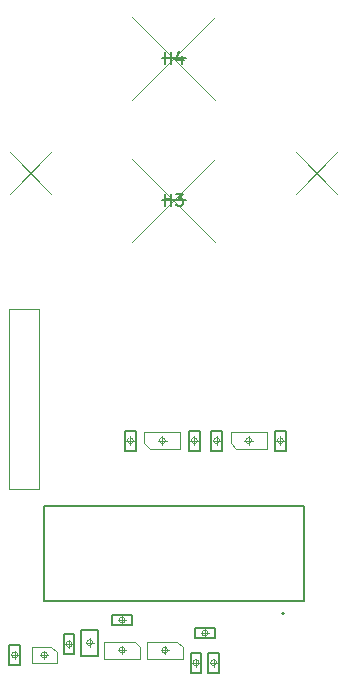
<source format=gbr>
%TF.GenerationSoftware,KiCad,Pcbnew,9.0.0*%
%TF.CreationDate,2025-03-01T15:32:50-05:00*%
%TF.ProjectId,mPCIE-to-M_2_E-Key,6d504349-452d-4746-9f2d-4d5f325f452d,rev?*%
%TF.SameCoordinates,Original*%
%TF.FileFunction,AssemblyDrawing,Top*%
%FSLAX46Y46*%
G04 Gerber Fmt 4.6, Leading zero omitted, Abs format (unit mm)*
G04 Created by KiCad (PCBNEW 9.0.0) date 2025-03-01 15:32:50*
%MOMM*%
%LPD*%
G01*
G04 APERTURE LIST*
%ADD10C,0.150000*%
%ADD11C,0.127000*%
%ADD12C,0.200000*%
%ADD13C,0.050000*%
%ADD14C,0.100000*%
%ADD15C,0.120000*%
G04 APERTURE END LIST*
D10*
X133088095Y-84704819D02*
X133088095Y-83704819D01*
X133088095Y-84181009D02*
X133659523Y-84181009D01*
X133659523Y-84704819D02*
X133659523Y-83704819D01*
X134040476Y-83704819D02*
X134659523Y-83704819D01*
X134659523Y-83704819D02*
X134326190Y-84085771D01*
X134326190Y-84085771D02*
X134469047Y-84085771D01*
X134469047Y-84085771D02*
X134564285Y-84133390D01*
X134564285Y-84133390D02*
X134611904Y-84181009D01*
X134611904Y-84181009D02*
X134659523Y-84276247D01*
X134659523Y-84276247D02*
X134659523Y-84514342D01*
X134659523Y-84514342D02*
X134611904Y-84609580D01*
X134611904Y-84609580D02*
X134564285Y-84657200D01*
X134564285Y-84657200D02*
X134469047Y-84704819D01*
X134469047Y-84704819D02*
X134183333Y-84704819D01*
X134183333Y-84704819D02*
X134088095Y-84657200D01*
X134088095Y-84657200D02*
X134040476Y-84609580D01*
X132863095Y-84204819D02*
X134884523Y-84204819D01*
X133088095Y-72704819D02*
X133088095Y-71704819D01*
X133088095Y-72181009D02*
X133659523Y-72181009D01*
X133659523Y-72704819D02*
X133659523Y-71704819D01*
X134564285Y-72038152D02*
X134564285Y-72704819D01*
X134326190Y-71657200D02*
X134088095Y-72371485D01*
X134088095Y-72371485D02*
X134707142Y-72371485D01*
X132863095Y-72178249D02*
X134926433Y-72178249D01*
D11*
%TO.C,J2*%
X122850000Y-110150000D02*
X144850000Y-110150000D01*
X122850000Y-118200000D02*
X122850000Y-110150000D01*
X144850000Y-110150000D02*
X144850000Y-118200000D01*
X144850000Y-118200000D02*
X122850000Y-118200000D01*
D12*
X143200000Y-119250000D02*
G75*
G02*
X143000000Y-119250000I-100000J0D01*
G01*
X143000000Y-119250000D02*
G75*
G02*
X143200000Y-119250000I100000J0D01*
G01*
D10*
%TO.C,R9*%
X135150000Y-103750000D02*
X136050000Y-103750000D01*
X135150000Y-105450000D02*
X135150000Y-103750000D01*
D13*
X135600000Y-104950000D02*
X135600000Y-104250000D01*
X135950000Y-104600000D02*
X135250000Y-104600000D01*
D10*
X136050000Y-103750000D02*
X136050000Y-105450000D01*
X136050000Y-105450000D02*
X135150000Y-105450000D01*
D13*
X135850000Y-104600000D02*
G75*
G02*
X135350000Y-104600000I-250000J0D01*
G01*
X135350000Y-104600000D02*
G75*
G02*
X135850000Y-104600000I250000J0D01*
G01*
D10*
%TO.C,R7*%
X129750000Y-103750000D02*
X130650000Y-103750000D01*
X129750000Y-105450000D02*
X129750000Y-103750000D01*
D13*
X129850000Y-104600000D02*
X130550000Y-104600000D01*
X130200000Y-104250000D02*
X130200000Y-104950000D01*
D10*
X130650000Y-103750000D02*
X130650000Y-105450000D01*
X130650000Y-105450000D02*
X129750000Y-105450000D01*
D13*
X130450000Y-104600000D02*
G75*
G02*
X129950000Y-104600000I-250000J0D01*
G01*
X129950000Y-104600000D02*
G75*
G02*
X130450000Y-104600000I250000J0D01*
G01*
D10*
%TO.C,R8*%
X137050000Y-103750000D02*
X137950000Y-103750000D01*
X137050000Y-105450000D02*
X137050000Y-103750000D01*
D13*
X137500000Y-104950000D02*
X137500000Y-104250000D01*
X137850000Y-104600000D02*
X137150000Y-104600000D01*
D10*
X137950000Y-103750000D02*
X137950000Y-105450000D01*
X137950000Y-105450000D02*
X137050000Y-105450000D01*
D13*
X137750000Y-104600000D02*
G75*
G02*
X137250000Y-104600000I-250000J0D01*
G01*
X137250000Y-104600000D02*
G75*
G02*
X137750000Y-104600000I250000J0D01*
G01*
D10*
%TO.C,R3*%
X128650000Y-119350000D02*
X130350000Y-119350000D01*
X128650000Y-120250000D02*
X128650000Y-119350000D01*
D13*
X129150000Y-119800000D02*
X129850000Y-119800000D01*
X129500000Y-120150000D02*
X129500000Y-119450000D01*
D10*
X130350000Y-119350000D02*
X130350000Y-120250000D01*
X130350000Y-120250000D02*
X128650000Y-120250000D01*
D13*
X129750000Y-119800000D02*
G75*
G02*
X129250000Y-119800000I-250000J0D01*
G01*
X129250000Y-119800000D02*
G75*
G02*
X129750000Y-119800000I250000J0D01*
G01*
%TO.C,J3*%
D14*
X119930000Y-108720000D02*
X122470000Y-108720000D01*
X122470000Y-93480000D01*
X119930000Y-93480000D01*
X119930000Y-108720000D01*
D15*
%TO.C,Q3*%
X138680000Y-103900000D02*
X141720000Y-103900000D01*
X138680000Y-104833000D02*
X138680000Y-103900000D01*
X139147000Y-105300000D02*
X138680000Y-104833000D01*
D13*
X139850000Y-104600000D02*
X140550000Y-104600000D01*
X140200000Y-104250000D02*
X140200000Y-104950000D01*
D15*
X141720000Y-103900000D02*
X141720000Y-105300000D01*
X141720000Y-105300000D02*
X139147000Y-105300000D01*
D13*
X140450000Y-104600000D02*
G75*
G02*
X139950000Y-104600000I-250000J0D01*
G01*
X139950000Y-104600000D02*
G75*
G02*
X140450000Y-104600000I250000J0D01*
G01*
D15*
%TO.C,Q1*%
X127980000Y-121650000D02*
X130553000Y-121650000D01*
X127980000Y-123050000D02*
X127980000Y-121650000D01*
D13*
X129500000Y-122700000D02*
X129500000Y-122000000D01*
X129850000Y-122350000D02*
X129150000Y-122350000D01*
D15*
X130553000Y-121650000D02*
X131020000Y-122117000D01*
X131020000Y-122117000D02*
X131020000Y-123050000D01*
X131020000Y-123050000D02*
X127980000Y-123050000D01*
D13*
X129750000Y-122350000D02*
G75*
G02*
X129250000Y-122350000I-250000J0D01*
G01*
X129250000Y-122350000D02*
G75*
G02*
X129750000Y-122350000I250000J0D01*
G01*
D15*
%TO.C,Q2*%
X131580000Y-121650000D02*
X134153000Y-121650000D01*
X131580000Y-123050000D02*
X131580000Y-121650000D01*
D13*
X133100000Y-122700000D02*
X133100000Y-122000000D01*
X133450000Y-122350000D02*
X132750000Y-122350000D01*
D15*
X134153000Y-121650000D02*
X134620000Y-122117000D01*
X134620000Y-122117000D02*
X134620000Y-123050000D01*
X134620000Y-123050000D02*
X131580000Y-123050000D01*
D13*
X133350000Y-122350000D02*
G75*
G02*
X132850000Y-122350000I-250000J0D01*
G01*
X132850000Y-122350000D02*
G75*
G02*
X133350000Y-122350000I250000J0D01*
G01*
D10*
%TO.C,R1*%
X136800000Y-122550000D02*
X137700000Y-122550000D01*
X136800000Y-124250000D02*
X136800000Y-122550000D01*
D13*
X136900000Y-123400000D02*
X137600000Y-123400000D01*
X137250000Y-123050000D02*
X137250000Y-123750000D01*
D10*
X137700000Y-122550000D02*
X137700000Y-124250000D01*
X137700000Y-124250000D02*
X136800000Y-124250000D01*
D13*
X137500000Y-123400000D02*
G75*
G02*
X137000000Y-123400000I-250000J0D01*
G01*
X137000000Y-123400000D02*
G75*
G02*
X137500000Y-123400000I250000J0D01*
G01*
D10*
%TO.C,C2*%
X126025000Y-120600000D02*
X127475000Y-120600000D01*
X126025000Y-122800000D02*
X126025000Y-120600000D01*
D13*
X126400000Y-121700000D02*
X127100000Y-121700000D01*
X126750000Y-121350000D02*
X126750000Y-122050000D01*
D10*
X127475000Y-120600000D02*
X127475000Y-122800000D01*
X127475000Y-122800000D02*
X126025000Y-122800000D01*
D13*
X127000000Y-121700000D02*
G75*
G02*
X126500000Y-121700000I-250000J0D01*
G01*
X126500000Y-121700000D02*
G75*
G02*
X127000000Y-121700000I250000J0D01*
G01*
D10*
%TO.C,R4*%
X135650000Y-120450000D02*
X137350000Y-120450000D01*
X135650000Y-121350000D02*
X135650000Y-120450000D01*
D13*
X136500000Y-120550000D02*
X136500000Y-121250000D01*
X136850000Y-120900000D02*
X136150000Y-120900000D01*
D10*
X137350000Y-120450000D02*
X137350000Y-121350000D01*
X137350000Y-121350000D02*
X135650000Y-121350000D01*
D13*
X136750000Y-120900000D02*
G75*
G02*
X136250000Y-120900000I-250000J0D01*
G01*
X136250000Y-120900000D02*
G75*
G02*
X136750000Y-120900000I250000J0D01*
G01*
D15*
%TO.C,U1*%
X121825000Y-122050000D02*
X123508000Y-122050000D01*
X121825000Y-123450000D02*
X121825000Y-122050000D01*
D13*
X122900000Y-123100000D02*
X122900000Y-122400000D01*
X123250000Y-122750000D02*
X122550000Y-122750000D01*
D15*
X123508000Y-122050000D02*
X123975000Y-122517000D01*
X123975000Y-122517000D02*
X123975000Y-123450000D01*
X123975000Y-123450000D02*
X121825000Y-123450000D01*
D13*
X123150000Y-122750000D02*
G75*
G02*
X122650000Y-122750000I-250000J0D01*
G01*
X122650000Y-122750000D02*
G75*
G02*
X123150000Y-122750000I250000J0D01*
G01*
D10*
%TO.C,R6*%
X142450000Y-103750000D02*
X143350000Y-103750000D01*
X142450000Y-105450000D02*
X142450000Y-103750000D01*
D13*
X142550000Y-104600000D02*
X143250000Y-104600000D01*
X142900000Y-104250000D02*
X142900000Y-104950000D01*
D10*
X143350000Y-103750000D02*
X143350000Y-105450000D01*
X143350000Y-105450000D02*
X142450000Y-105450000D01*
D13*
X143150000Y-104600000D02*
G75*
G02*
X142650000Y-104600000I-250000J0D01*
G01*
X142650000Y-104600000D02*
G75*
G02*
X143150000Y-104600000I250000J0D01*
G01*
D15*
%TO.C,Q4*%
X131380000Y-103900000D02*
X134420000Y-103900000D01*
X131380000Y-104833000D02*
X131380000Y-103900000D01*
X131847000Y-105300000D02*
X131380000Y-104833000D01*
D13*
X132550000Y-104600000D02*
X133250000Y-104600000D01*
X132900000Y-104250000D02*
X132900000Y-104950000D01*
D15*
X134420000Y-103900000D02*
X134420000Y-105300000D01*
X134420000Y-105300000D02*
X131847000Y-105300000D01*
D13*
X133150000Y-104600000D02*
G75*
G02*
X132650000Y-104600000I-250000J0D01*
G01*
X132650000Y-104600000D02*
G75*
G02*
X133150000Y-104600000I250000J0D01*
G01*
D10*
%TO.C,R5*%
X124550000Y-121000000D02*
X125450000Y-121000000D01*
X124550000Y-122700000D02*
X124550000Y-121000000D01*
D13*
X124650000Y-121850000D02*
X125350000Y-121850000D01*
X125000000Y-121500000D02*
X125000000Y-122200000D01*
D10*
X125450000Y-121000000D02*
X125450000Y-122700000D01*
X125450000Y-122700000D02*
X124550000Y-122700000D01*
D13*
X125250000Y-121850000D02*
G75*
G02*
X124750000Y-121850000I-250000J0D01*
G01*
X124750000Y-121850000D02*
G75*
G02*
X125250000Y-121850000I250000J0D01*
G01*
D10*
%TO.C,R2*%
X135300000Y-122550000D02*
X136200000Y-122550000D01*
X135300000Y-124250000D02*
X135300000Y-122550000D01*
D13*
X135400000Y-123400000D02*
X136100000Y-123400000D01*
X135750000Y-123050000D02*
X135750000Y-123750000D01*
D10*
X136200000Y-122550000D02*
X136200000Y-124250000D01*
X136200000Y-124250000D02*
X135300000Y-124250000D01*
D13*
X136000000Y-123400000D02*
G75*
G02*
X135500000Y-123400000I-250000J0D01*
G01*
X135500000Y-123400000D02*
G75*
G02*
X136000000Y-123400000I250000J0D01*
G01*
D10*
%TO.C,C1*%
X119925000Y-121875000D02*
X120875000Y-121875000D01*
X119925000Y-123625000D02*
X119925000Y-121875000D01*
D13*
X120050000Y-122750000D02*
X120750000Y-122750000D01*
X120400000Y-122400000D02*
X120400000Y-123100000D01*
D10*
X120875000Y-121875000D02*
X120875000Y-123625000D01*
X120875000Y-123625000D02*
X119925000Y-123625000D01*
D13*
X120650000Y-122750000D02*
G75*
G02*
X120150000Y-122750000I-250000J0D01*
G01*
X120150000Y-122750000D02*
G75*
G02*
X120650000Y-122750000I250000J0D01*
G01*
%TD*%
D14*
X130325000Y-80725000D02*
X137375000Y-87775000D01*
X130325000Y-87775000D02*
X137375000Y-80725000D01*
X120000000Y-80200000D02*
X123500000Y-83700000D01*
X120000000Y-83700000D02*
X123500000Y-80200000D01*
X130325000Y-68725000D02*
X137375000Y-75775000D01*
X130325000Y-75775000D02*
X137375000Y-68725000D01*
X144200000Y-80200000D02*
X147700000Y-83700000D01*
X144200000Y-83700000D02*
X147700000Y-80200000D01*
M02*

</source>
